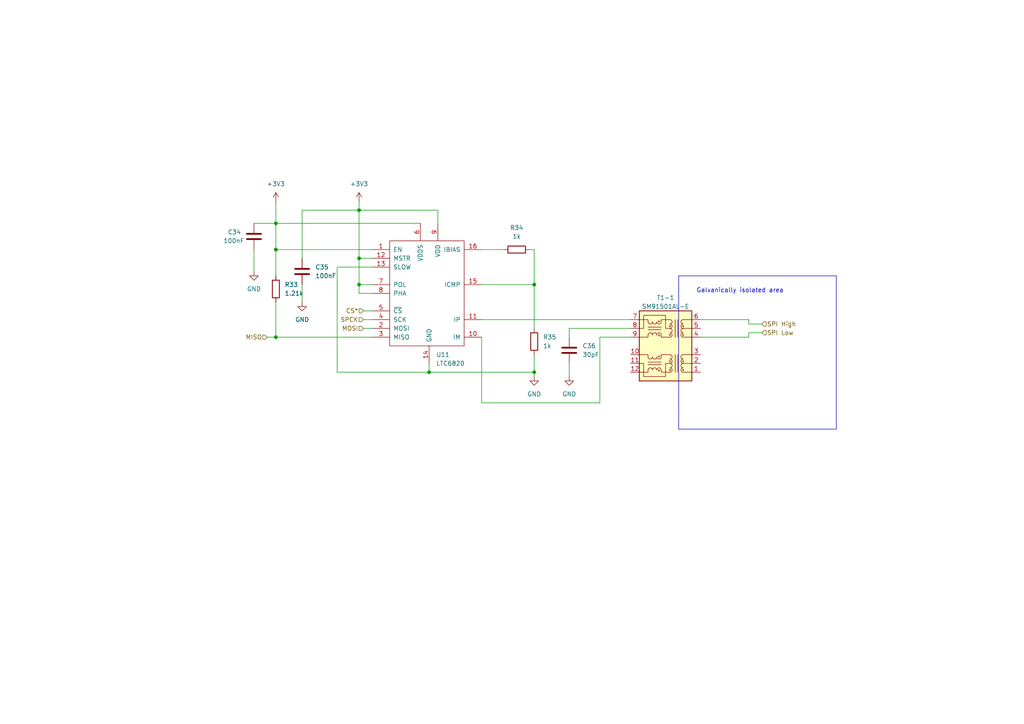
<source format=kicad_sch>
(kicad_sch (version 20230121) (generator eeschema)

  (uuid a084d6b1-f2df-44d2-8815-160c6804c939)

  (paper "A4")

  (title_block
    (title "AMS Master by Jakub Sułek")
    (date "2023-06-27")
    (rev "7")
  )

  (lib_symbols
    (symbol "Device:C" (pin_numbers hide) (pin_names (offset 0.254)) (in_bom yes) (on_board yes)
      (property "Reference" "C" (at 0.635 2.54 0)
        (effects (font (size 1.27 1.27)) (justify left))
      )
      (property "Value" "C" (at 0.635 -2.54 0)
        (effects (font (size 1.27 1.27)) (justify left))
      )
      (property "Footprint" "" (at 0.9652 -3.81 0)
        (effects (font (size 1.27 1.27)) hide)
      )
      (property "Datasheet" "~" (at 0 0 0)
        (effects (font (size 1.27 1.27)) hide)
      )
      (property "ki_keywords" "cap capacitor" (at 0 0 0)
        (effects (font (size 1.27 1.27)) hide)
      )
      (property "ki_description" "Unpolarized capacitor" (at 0 0 0)
        (effects (font (size 1.27 1.27)) hide)
      )
      (property "ki_fp_filters" "C_*" (at 0 0 0)
        (effects (font (size 1.27 1.27)) hide)
      )
      (symbol "C_0_1"
        (polyline
          (pts
            (xy -2.032 -0.762)
            (xy 2.032 -0.762)
          )
          (stroke (width 0.508) (type default))
          (fill (type none))
        )
        (polyline
          (pts
            (xy -2.032 0.762)
            (xy 2.032 0.762)
          )
          (stroke (width 0.508) (type default))
          (fill (type none))
        )
      )
      (symbol "C_1_1"
        (pin passive line (at 0 3.81 270) (length 2.794)
          (name "~" (effects (font (size 1.27 1.27))))
          (number "1" (effects (font (size 1.27 1.27))))
        )
        (pin passive line (at 0 -3.81 90) (length 2.794)
          (name "~" (effects (font (size 1.27 1.27))))
          (number "2" (effects (font (size 1.27 1.27))))
        )
      )
    )
    (symbol "Device:R" (pin_numbers hide) (pin_names (offset 0)) (in_bom yes) (on_board yes)
      (property "Reference" "R" (at 2.032 0 90)
        (effects (font (size 1.27 1.27)))
      )
      (property "Value" "R" (at 0 0 90)
        (effects (font (size 1.27 1.27)))
      )
      (property "Footprint" "" (at -1.778 0 90)
        (effects (font (size 1.27 1.27)) hide)
      )
      (property "Datasheet" "~" (at 0 0 0)
        (effects (font (size 1.27 1.27)) hide)
      )
      (property "ki_keywords" "R res resistor" (at 0 0 0)
        (effects (font (size 1.27 1.27)) hide)
      )
      (property "ki_description" "Resistor" (at 0 0 0)
        (effects (font (size 1.27 1.27)) hide)
      )
      (property "ki_fp_filters" "R_*" (at 0 0 0)
        (effects (font (size 1.27 1.27)) hide)
      )
      (symbol "R_0_1"
        (rectangle (start -1.016 -2.54) (end 1.016 2.54)
          (stroke (width 0.254) (type default))
          (fill (type none))
        )
      )
      (symbol "R_1_1"
        (pin passive line (at 0 3.81 270) (length 1.27)
          (name "~" (effects (font (size 1.27 1.27))))
          (number "1" (effects (font (size 1.27 1.27))))
        )
        (pin passive line (at 0 -3.81 90) (length 1.27)
          (name "~" (effects (font (size 1.27 1.27))))
          (number "2" (effects (font (size 1.27 1.27))))
        )
      )
    )
    (symbol "Metropolia Motorsport General:LTC6820" (pin_names (offset 1.016)) (in_bom yes) (on_board yes)
      (property "Reference" "U" (at 0 -1.27 0)
        (effects (font (size 1.27 1.27)))
      )
      (property "Value" "LTC6820" (at 0 1.27 0)
        (effects (font (size 1.27 1.27)))
      )
      (property "Footprint" "LTC6820" (at 12.7 -15.24 0)
        (effects (font (size 1.27 1.27)) hide)
      )
      (property "Datasheet" "" (at 0 0 0)
        (effects (font (size 1.27 1.27)) hide)
      )
      (symbol "LTC6820_0_1"
        (rectangle (start 10.16 -12.7) (end -11.43 17.78)
          (stroke (width 0) (type default))
          (fill (type none))
        )
      )
      (symbol "LTC6820_1_1"
        (pin input line (at -16.51 15.24 0) (length 5.08)
          (name "EN" (effects (font (size 1.27 1.27))))
          (number "1" (effects (font (size 1.27 1.27))))
        )
        (pin bidirectional line (at 15.24 -10.16 180) (length 5.08)
          (name "IM" (effects (font (size 1.27 1.27))))
          (number "10" (effects (font (size 1.27 1.27))))
        )
        (pin bidirectional line (at 15.24 -5.08 180) (length 5.08)
          (name "IP" (effects (font (size 1.27 1.27))))
          (number "11" (effects (font (size 1.27 1.27))))
        )
        (pin input line (at -16.51 12.7 0) (length 5.08)
          (name "MSTR" (effects (font (size 1.27 1.27))))
          (number "12" (effects (font (size 1.27 1.27))))
        )
        (pin input line (at -16.51 10.16 0) (length 5.08)
          (name "SLOW" (effects (font (size 1.27 1.27))))
          (number "13" (effects (font (size 1.27 1.27))))
        )
        (pin power_in line (at 0 -17.78 90) (length 5.08)
          (name "GND" (effects (font (size 1.27 1.27))))
          (number "14" (effects (font (size 1.27 1.27))))
        )
        (pin input line (at 15.24 5.08 180) (length 5.08)
          (name "ICMP" (effects (font (size 1.27 1.27))))
          (number "15" (effects (font (size 1.27 1.27))))
        )
        (pin output line (at 15.24 15.24 180) (length 5.08)
          (name "IBIAS" (effects (font (size 1.27 1.27))))
          (number "16" (effects (font (size 1.27 1.27))))
        )
        (pin input line (at -16.51 -7.62 0) (length 5.08)
          (name "MOSI" (effects (font (size 1.27 1.27))))
          (number "2" (effects (font (size 1.27 1.27))))
        )
        (pin output line (at -16.51 -10.16 0) (length 5.08)
          (name "MISO" (effects (font (size 1.27 1.27))))
          (number "3" (effects (font (size 1.27 1.27))))
        )
        (pin input line (at -16.51 -5.08 0) (length 5.08)
          (name "SCK" (effects (font (size 1.27 1.27))))
          (number "4" (effects (font (size 1.27 1.27))))
        )
        (pin input line (at -16.51 -2.54 0) (length 5.08)
          (name "~{CS}" (effects (font (size 1.27 1.27))))
          (number "5" (effects (font (size 1.27 1.27))))
        )
        (pin power_in line (at -2.54 22.86 270) (length 5.08)
          (name "VDDS" (effects (font (size 1.27 1.27))))
          (number "6" (effects (font (size 1.27 1.27))))
        )
        (pin input line (at -16.51 5.08 0) (length 5.08)
          (name "POL" (effects (font (size 1.27 1.27))))
          (number "7" (effects (font (size 1.27 1.27))))
        )
        (pin input line (at -16.51 2.54 0) (length 5.08)
          (name "PHA" (effects (font (size 1.27 1.27))))
          (number "8" (effects (font (size 1.27 1.27))))
        )
        (pin power_in line (at 2.54 22.86 270) (length 5.08)
          (name "VDD" (effects (font (size 1.27 1.27))))
          (number "9" (effects (font (size 1.27 1.27))))
        )
      )
    )
    (symbol "Transformer:SM91501AL" (in_bom yes) (on_board yes)
      (property "Reference" "T" (at 0 0 0)
        (effects (font (size 1.27 1.27)))
      )
      (property "Value" "" (at 0 0 0)
        (effects (font (size 1.27 1.27)))
      )
      (property "Footprint" "" (at 0 0 0)
        (effects (font (size 1.27 1.27)) hide)
      )
      (property "Datasheet" "" (at 0 0 0)
        (effects (font (size 1.27 1.27)) hide)
      )
      (symbol "SM91501AL_0_1"
        (rectangle (start -7.62 -3.81) (end 7.62 -24.13)
          (stroke (width 0.254) (type default))
          (fill (type background))
        )
        (arc (start -5.08 -7.62) (mid -4.4477 -6.985) (end -5.08 -6.35)
          (stroke (width 0) (type default))
          (fill (type none))
        )
        (circle (center -5.08 -6.985) (radius 0.1778)
          (stroke (width 0) (type default))
          (fill (type none))
        )
        (polyline
          (pts
            (xy -5.08 -11.43)
            (xy -7.62 -11.43)
          )
          (stroke (width 0) (type default))
          (fill (type none))
        )
        (polyline
          (pts
            (xy -5.08 -8.89)
            (xy -7.62 -8.89)
          )
          (stroke (width 0) (type default))
          (fill (type none))
        )
        (polyline
          (pts
            (xy -5.08 -6.35)
            (xy -7.62 -6.35)
          )
          (stroke (width 0) (type default))
          (fill (type none))
        )
        (polyline
          (pts
            (xy -3.556 -16.51)
            (xy -3.556 -21.59)
          )
          (stroke (width 0) (type default))
          (fill (type none))
        )
        (polyline
          (pts
            (xy -3.556 -11.43)
            (xy -3.556 -6.35)
          )
          (stroke (width 0) (type default))
          (fill (type none))
        )
        (polyline
          (pts
            (xy -2.794 -21.59)
            (xy -2.794 -16.51)
          )
          (stroke (width 0) (type default))
          (fill (type none))
        )
        (polyline
          (pts
            (xy -2.794 -6.35)
            (xy -2.794 -11.43)
          )
          (stroke (width 0) (type default))
          (fill (type none))
        )
        (polyline
          (pts
            (xy 1.27 -9.271)
            (xy 5.08 -9.271)
          )
          (stroke (width 0) (type default))
          (fill (type none))
        )
        (polyline
          (pts
            (xy 1.27 -8.509)
            (xy 5.08 -8.509)
          )
          (stroke (width 0) (type default))
          (fill (type none))
        )
        (polyline
          (pts
            (xy -1.27 -11.43)
            (xy 1.27 -11.43)
            (xy 1.27 -10.795)
          )
          (stroke (width 0) (type default))
          (fill (type none))
        )
        (polyline
          (pts
            (xy 1.27 -6.985)
            (xy 1.27 -6.35)
            (xy -1.27 -6.35)
          )
          (stroke (width 0) (type default))
          (fill (type none))
        )
        (polyline
          (pts
            (xy 5.08 -10.795)
            (xy 5.08 -11.43)
            (xy 7.62 -11.43)
          )
          (stroke (width 0) (type default))
          (fill (type none))
        )
        (polyline
          (pts
            (xy 5.08 -6.985)
            (xy 5.08 -6.35)
            (xy 7.62 -6.35)
          )
          (stroke (width 0) (type default))
          (fill (type none))
        )
        (polyline
          (pts
            (xy -1.27 -8.89)
            (xy 0 -8.89)
            (xy 0 -5.08)
            (xy 6.35 -5.08)
            (xy 6.35 -8.89)
            (xy 7.62 -8.89)
          )
          (stroke (width 0) (type default))
          (fill (type none))
        )
      )
      (symbol "SM91501AL_1_1"
        (arc (start -5.08 -21.59) (mid -4.4477 -20.955) (end -5.08 -20.32)
          (stroke (width 0) (type default))
          (fill (type none))
        )
        (arc (start -5.08 -20.32) (mid -4.4477 -19.685) (end -5.08 -19.05)
          (stroke (width 0) (type default))
          (fill (type none))
        )
        (circle (center -5.08 -19.685) (radius 0.1778)
          (stroke (width 0) (type default))
          (fill (type none))
        )
        (arc (start -5.08 -19.05) (mid -4.4477 -18.415) (end -5.08 -17.78)
          (stroke (width 0) (type default))
          (fill (type none))
        )
        (arc (start -5.08 -17.78) (mid -4.4477 -17.145) (end -5.08 -16.51)
          (stroke (width 0) (type default))
          (fill (type none))
        )
        (circle (center -5.08 -17.145) (radius 0.1778)
          (stroke (width 0) (type default))
          (fill (type none))
        )
        (arc (start -5.08 -11.43) (mid -4.4477 -10.795) (end -5.08 -10.16)
          (stroke (width 0) (type default))
          (fill (type none))
        )
        (arc (start -5.08 -10.16) (mid -4.4477 -9.525) (end -5.08 -8.89)
          (stroke (width 0) (type default))
          (fill (type none))
        )
        (circle (center -5.08 -9.525) (radius 0.1778)
          (stroke (width 0) (type default))
          (fill (type none))
        )
        (arc (start -5.08 -8.89) (mid -4.4477 -8.255) (end -5.08 -7.62)
          (stroke (width 0) (type default))
          (fill (type none))
        )
        (arc (start -1.27 -20.32) (mid -1.9023 -20.955) (end -1.27 -21.59)
          (stroke (width 0) (type default))
          (fill (type none))
        )
        (circle (center -1.27 -19.685) (radius 0.1778)
          (stroke (width 0) (type default))
          (fill (type none))
        )
        (arc (start -1.27 -19.05) (mid -1.9023 -19.685) (end -1.27 -20.32)
          (stroke (width 0) (type default))
          (fill (type none))
        )
        (arc (start -1.27 -17.78) (mid -1.9023 -18.415) (end -1.27 -19.05)
          (stroke (width 0) (type default))
          (fill (type none))
        )
        (circle (center -1.27 -17.145) (radius 0.1778)
          (stroke (width 0) (type default))
          (fill (type none))
        )
        (arc (start -1.27 -16.51) (mid -1.9023 -17.145) (end -1.27 -17.78)
          (stroke (width 0) (type default))
          (fill (type none))
        )
        (arc (start -1.27 -10.16) (mid -1.9023 -10.795) (end -1.27 -11.43)
          (stroke (width 0) (type default))
          (fill (type none))
        )
        (circle (center -1.27 -9.525) (radius 0.1778)
          (stroke (width 0) (type default))
          (fill (type none))
        )
        (arc (start -1.27 -8.89) (mid -1.9023 -9.525) (end -1.27 -10.16)
          (stroke (width 0) (type default))
          (fill (type none))
        )
        (arc (start -1.27 -7.62) (mid -1.9023 -8.255) (end -1.27 -8.89)
          (stroke (width 0) (type default))
          (fill (type none))
        )
        (circle (center -1.27 -6.985) (radius 0.1778)
          (stroke (width 0) (type default))
          (fill (type none))
        )
        (arc (start -1.27 -6.35) (mid -1.9023 -6.985) (end -1.27 -7.62)
          (stroke (width 0) (type default))
          (fill (type none))
        )
        (polyline
          (pts
            (xy -5.08 -21.59)
            (xy -7.62 -21.59)
          )
          (stroke (width 0) (type default))
          (fill (type none))
        )
        (polyline
          (pts
            (xy -5.08 -19.05)
            (xy -7.62 -19.05)
          )
          (stroke (width 0) (type default))
          (fill (type none))
        )
        (polyline
          (pts
            (xy -5.08 -16.51)
            (xy -7.62 -16.51)
          )
          (stroke (width 0) (type default))
          (fill (type none))
        )
        (polyline
          (pts
            (xy 1.27 -19.431)
            (xy 5.08 -19.431)
          )
          (stroke (width 0) (type default))
          (fill (type none))
        )
        (polyline
          (pts
            (xy 1.27 -18.669)
            (xy 5.08 -18.669)
          )
          (stroke (width 0) (type default))
          (fill (type none))
        )
        (polyline
          (pts
            (xy -1.27 -21.59)
            (xy 1.27 -21.59)
            (xy 1.27 -20.955)
          )
          (stroke (width 0) (type default))
          (fill (type none))
        )
        (polyline
          (pts
            (xy 1.27 -17.145)
            (xy 1.27 -16.51)
            (xy -1.27 -16.51)
          )
          (stroke (width 0) (type default))
          (fill (type none))
        )
        (polyline
          (pts
            (xy 5.08 -20.955)
            (xy 5.08 -21.59)
            (xy 7.62 -21.59)
          )
          (stroke (width 0) (type default))
          (fill (type none))
        )
        (polyline
          (pts
            (xy 5.08 -17.145)
            (xy 5.08 -16.51)
            (xy 7.62 -16.51)
          )
          (stroke (width 0) (type default))
          (fill (type none))
        )
        (polyline
          (pts
            (xy 7.62 -19.05)
            (xy 6.35 -19.05)
            (xy 6.35 -22.86)
            (xy 0 -22.86)
            (xy 0 -19.05)
            (xy -1.27 -19.05)
          )
          (stroke (width 0) (type default))
          (fill (type none))
        )
        (arc (start 1.27 -17.145) (mid 1.905 -17.7773) (end 2.54 -17.145)
          (stroke (width 0) (type default))
          (fill (type none))
        )
        (arc (start 1.27 -6.985) (mid 1.905 -7.6173) (end 2.54 -6.985)
          (stroke (width 0) (type default))
          (fill (type none))
        )
        (circle (center 1.905 -21.082) (radius 0.1778)
          (stroke (width 0) (type default))
          (fill (type none))
        )
        (circle (center 1.905 -17.018) (radius 0.1778)
          (stroke (width 0) (type default))
          (fill (type none))
        )
        (circle (center 1.905 -10.922) (radius 0.1778)
          (stroke (width 0) (type default))
          (fill (type none))
        )
        (circle (center 1.905 -6.858) (radius 0.1778)
          (stroke (width 0) (type default))
          (fill (type none))
        )
        (arc (start 2.54 -20.955) (mid 1.905 -20.3227) (end 1.27 -20.955)
          (stroke (width 0) (type default))
          (fill (type none))
        )
        (arc (start 2.54 -17.145) (mid 3.175 -17.7773) (end 3.81 -17.145)
          (stroke (width 0) (type default))
          (fill (type none))
        )
        (arc (start 2.54 -10.795) (mid 1.905 -10.1627) (end 1.27 -10.795)
          (stroke (width 0) (type default))
          (fill (type none))
        )
        (arc (start 2.54 -6.985) (mid 3.175 -7.6173) (end 3.81 -6.985)
          (stroke (width 0) (type default))
          (fill (type none))
        )
        (arc (start 3.81 -20.955) (mid 3.175 -20.3227) (end 2.54 -20.955)
          (stroke (width 0) (type default))
          (fill (type none))
        )
        (arc (start 3.81 -17.145) (mid 4.445 -17.7773) (end 5.08 -17.145)
          (stroke (width 0) (type default))
          (fill (type none))
        )
        (arc (start 3.81 -10.795) (mid 3.175 -10.1627) (end 2.54 -10.795)
          (stroke (width 0) (type default))
          (fill (type none))
        )
        (arc (start 3.81 -6.985) (mid 4.445 -7.6173) (end 5.08 -6.985)
          (stroke (width 0) (type default))
          (fill (type none))
        )
        (arc (start 5.08 -20.955) (mid 4.445 -20.3227) (end 3.81 -20.955)
          (stroke (width 0) (type default))
          (fill (type none))
        )
        (arc (start 5.08 -10.795) (mid 4.445 -10.1627) (end 3.81 -10.795)
          (stroke (width 0) (type default))
          (fill (type none))
        )
        (pin input line (at -10.16 -6.35 0) (length 2.54)
          (name "" (effects (font (size 1.27 1.27))))
          (number "1" (effects (font (size 1.27 1.27))))
        )
        (pin input line (at 10.16 -11.43 180) (length 2.54)
          (name "" (effects (font (size 1.27 1.27))))
          (number "10" (effects (font (size 1.27 1.27))))
        )
        (pin input line (at 10.16 -8.89 180) (length 2.54)
          (name "" (effects (font (size 1.27 1.27))))
          (number "11" (effects (font (size 1.27 1.27))))
        )
        (pin input line (at 10.16 -6.35 180) (length 2.54)
          (name "" (effects (font (size 1.27 1.27))))
          (number "12" (effects (font (size 1.27 1.27))))
        )
        (pin input line (at -10.16 -8.89 0) (length 2.54)
          (name "" (effects (font (size 1.27 1.27))))
          (number "2" (effects (font (size 1.27 1.27))))
        )
        (pin input line (at -10.16 -11.43 0) (length 2.54)
          (name "" (effects (font (size 1.27 1.27))))
          (number "3" (effects (font (size 1.27 1.27))))
        )
        (pin input line (at -10.16 -16.51 0) (length 2.54)
          (name "" (effects (font (size 1.27 1.27))))
          (number "4" (effects (font (size 1.27 1.27))))
        )
        (pin input line (at -10.16 -19.05 0) (length 2.54)
          (name "" (effects (font (size 1.27 1.27))))
          (number "5" (effects (font (size 1.27 1.27))))
        )
        (pin input line (at -10.16 -21.59 0) (length 2.54)
          (name "" (effects (font (size 1.27 1.27))))
          (number "6" (effects (font (size 1.27 1.27))))
        )
        (pin input line (at 10.16 -21.59 180) (length 2.54)
          (name "" (effects (font (size 1.27 1.27))))
          (number "7" (effects (font (size 1.27 1.27))))
        )
        (pin input line (at 10.16 -19.05 180) (length 2.54)
          (name "" (effects (font (size 1.27 1.27))))
          (number "8" (effects (font (size 1.27 1.27))))
        )
        (pin input line (at 10.16 -16.51 180) (length 2.54)
          (name "" (effects (font (size 1.27 1.27))))
          (number "9" (effects (font (size 1.27 1.27))))
        )
      )
    )
    (symbol "power:+3V3" (power) (pin_names (offset 0)) (in_bom yes) (on_board yes)
      (property "Reference" "#PWR" (at 0 -3.81 0)
        (effects (font (size 1.27 1.27)) hide)
      )
      (property "Value" "+3V3" (at 0 3.556 0)
        (effects (font (size 1.27 1.27)))
      )
      (property "Footprint" "" (at 0 0 0)
        (effects (font (size 1.27 1.27)) hide)
      )
      (property "Datasheet" "" (at 0 0 0)
        (effects (font (size 1.27 1.27)) hide)
      )
      (property "ki_keywords" "power-flag" (at 0 0 0)
        (effects (font (size 1.27 1.27)) hide)
      )
      (property "ki_description" "Power symbol creates a global label with name \"+3V3\"" (at 0 0 0)
        (effects (font (size 1.27 1.27)) hide)
      )
      (symbol "+3V3_0_1"
        (polyline
          (pts
            (xy -0.762 1.27)
            (xy 0 2.54)
          )
          (stroke (width 0) (type default))
          (fill (type none))
        )
        (polyline
          (pts
            (xy 0 0)
            (xy 0 2.54)
          )
          (stroke (width 0) (type default))
          (fill (type none))
        )
        (polyline
          (pts
            (xy 0 2.54)
            (xy 0.762 1.27)
          )
          (stroke (width 0) (type default))
          (fill (type none))
        )
      )
      (symbol "+3V3_1_1"
        (pin power_in line (at 0 0 90) (length 0) hide
          (name "+3V3" (effects (font (size 1.27 1.27))))
          (number "1" (effects (font (size 1.27 1.27))))
        )
      )
    )
    (symbol "power:GND" (power) (pin_names (offset 0)) (in_bom yes) (on_board yes)
      (property "Reference" "#PWR" (at 0 -6.35 0)
        (effects (font (size 1.27 1.27)) hide)
      )
      (property "Value" "GND" (at 0 -3.81 0)
        (effects (font (size 1.27 1.27)))
      )
      (property "Footprint" "" (at 0 0 0)
        (effects (font (size 1.27 1.27)) hide)
      )
      (property "Datasheet" "" (at 0 0 0)
        (effects (font (size 1.27 1.27)) hide)
      )
      (property "ki_keywords" "power-flag" (at 0 0 0)
        (effects (font (size 1.27 1.27)) hide)
      )
      (property "ki_description" "Power symbol creates a global label with name \"GND\" , ground" (at 0 0 0)
        (effects (font (size 1.27 1.27)) hide)
      )
      (symbol "GND_0_1"
        (polyline
          (pts
            (xy 0 0)
            (xy 0 -1.27)
            (xy 1.27 -1.27)
            (xy 0 -2.54)
            (xy -1.27 -1.27)
            (xy 0 -1.27)
          )
          (stroke (width 0) (type default))
          (fill (type none))
        )
      )
      (symbol "GND_1_1"
        (pin power_in line (at 0 0 270) (length 0) hide
          (name "GND" (effects (font (size 1.27 1.27))))
          (number "1" (effects (font (size 1.27 1.27))))
        )
      )
    )
  )

  (junction (at 154.94 107.95) (diameter 0) (color 0 0 0 0)
    (uuid 08053481-d27b-4888-aac1-ac12a9e9f7b8)
  )
  (junction (at 104.14 82.55) (diameter 0) (color 0 0 0 0)
    (uuid 2d13660a-8194-4a62-a290-25f3e6f28b01)
  )
  (junction (at 80.01 97.79) (diameter 0) (color 0 0 0 0)
    (uuid 4e260c67-f3bc-464f-bd4d-820697fc2b66)
  )
  (junction (at 80.01 64.77) (diameter 0) (color 0 0 0 0)
    (uuid 576236d0-c792-4a69-a9df-c825b3e3ab9c)
  )
  (junction (at 124.46 107.95) (diameter 0) (color 0 0 0 0)
    (uuid 7b14d26f-edeb-4afb-ba89-558c6b520402)
  )
  (junction (at 80.01 72.39) (diameter 0) (color 0 0 0 0)
    (uuid a098b349-4b72-42ed-afbc-282e90396956)
  )
  (junction (at 104.14 60.96) (diameter 0) (color 0 0 0 0)
    (uuid b02182af-0093-4ee8-8ff5-c8b76a5976de)
  )
  (junction (at 104.14 74.93) (diameter 0) (color 0 0 0 0)
    (uuid cfc6d268-dde9-4808-a315-e340a710180d)
  )
  (junction (at 154.94 82.55) (diameter 0) (color 0 0 0 0)
    (uuid df44b136-f107-415d-b710-db876dce1fdf)
  )

  (wire (pts (xy 203.2 97.79) (xy 217.17 97.79))
    (stroke (width 0) (type default))
    (uuid 03ff4a97-10da-479d-ac47-b863ce3a82f0)
  )
  (wire (pts (xy 165.1 95.25) (xy 165.1 97.79))
    (stroke (width 0) (type default))
    (uuid 07e96d26-74c7-4c9b-95f3-83e66dd2b034)
  )
  (wire (pts (xy 203.2 92.71) (xy 217.17 92.71))
    (stroke (width 0) (type default))
    (uuid 0b4093fd-b744-42c6-8f32-2285b46608c4)
  )
  (polyline (pts (xy 196.85 80.01) (xy 242.57 80.01))
    (stroke (width 0) (type default))
    (uuid 0bd16b7c-6647-4dc9-9d46-9dcb2f81f08d)
  )

  (wire (pts (xy 139.7 82.55) (xy 154.94 82.55))
    (stroke (width 0) (type default))
    (uuid 0c46407c-6802-429c-b8c3-7ea6767a4950)
  )
  (wire (pts (xy 127 64.77) (xy 127 60.96))
    (stroke (width 0) (type default))
    (uuid 0cae0df4-12da-4804-91d2-30ae8c305e8e)
  )
  (wire (pts (xy 104.14 82.55) (xy 107.95 82.55))
    (stroke (width 0) (type default))
    (uuid 0dbf4890-6089-4109-a78b-a18c7cdc8871)
  )
  (wire (pts (xy 87.63 60.96) (xy 104.14 60.96))
    (stroke (width 0) (type default))
    (uuid 0f09de11-e7bc-4c46-8bd6-539904aec5d3)
  )
  (wire (pts (xy 165.1 95.25) (xy 182.88 95.25))
    (stroke (width 0) (type default))
    (uuid 15ef6549-3f7c-405e-9b95-ac5b4b8c709f)
  )
  (wire (pts (xy 154.94 102.87) (xy 154.94 107.95))
    (stroke (width 0) (type default))
    (uuid 1b698cf1-fae4-48e8-9e89-da4d83dcdda4)
  )
  (wire (pts (xy 173.99 97.79) (xy 182.88 97.79))
    (stroke (width 0) (type default))
    (uuid 1da93d0b-7ffa-4107-a474-9c3680373a84)
  )
  (wire (pts (xy 73.66 64.77) (xy 80.01 64.77))
    (stroke (width 0) (type default))
    (uuid 22280b94-afbe-41ad-b6cd-5c95dd212130)
  )
  (wire (pts (xy 80.01 72.39) (xy 107.95 72.39))
    (stroke (width 0) (type default))
    (uuid 2245cbd9-f419-464e-a942-cfe5fe0b982c)
  )
  (polyline (pts (xy 242.57 80.01) (xy 242.57 124.46))
    (stroke (width 0) (type default))
    (uuid 2b97d150-2da4-450b-8abc-525c5ecce989)
  )
  (polyline (pts (xy 196.85 124.46) (xy 242.57 124.46))
    (stroke (width 0) (type default))
    (uuid 3a6e3616-e373-4a66-b9d2-1f8fb86aa2c5)
  )

  (wire (pts (xy 154.94 72.39) (xy 154.94 82.55))
    (stroke (width 0) (type default))
    (uuid 3d698cba-3999-41c5-b319-900ea3ef11f7)
  )
  (wire (pts (xy 87.63 74.93) (xy 87.63 60.96))
    (stroke (width 0) (type default))
    (uuid 3f8cbec0-e9cc-4ae1-aba4-b273b455e09e)
  )
  (wire (pts (xy 73.66 72.39) (xy 73.66 78.74))
    (stroke (width 0) (type default))
    (uuid 40cbd043-6820-4de1-8a75-ab3c5b8925bb)
  )
  (wire (pts (xy 105.41 92.71) (xy 107.95 92.71))
    (stroke (width 0) (type default))
    (uuid 43ca301f-931f-4178-a6e1-38498611155e)
  )
  (wire (pts (xy 139.7 92.71) (xy 182.88 92.71))
    (stroke (width 0) (type default))
    (uuid 465fd5d6-0576-449a-98b1-836ac445b8e8)
  )
  (wire (pts (xy 77.47 97.79) (xy 80.01 97.79))
    (stroke (width 0) (type default))
    (uuid 53118ad7-678f-4958-8e9d-b9c0d9784d34)
  )
  (wire (pts (xy 217.17 93.98) (xy 220.98 93.98))
    (stroke (width 0) (type default))
    (uuid 5d5cca9f-f993-4157-b049-ad4e0e79210d)
  )
  (wire (pts (xy 127 60.96) (xy 104.14 60.96))
    (stroke (width 0) (type default))
    (uuid 6c542a56-b7b3-4be7-af22-a3019387caa9)
  )
  (wire (pts (xy 104.14 82.55) (xy 104.14 74.93))
    (stroke (width 0) (type default))
    (uuid 720f8608-ce38-48cd-9f85-4644a8628863)
  )
  (wire (pts (xy 104.14 74.93) (xy 104.14 60.96))
    (stroke (width 0) (type default))
    (uuid 7edc8597-9988-49a8-9bee-6268556e23fd)
  )
  (wire (pts (xy 107.95 85.09) (xy 104.14 85.09))
    (stroke (width 0) (type default))
    (uuid 8a0277d8-6365-49b0-824b-88f19ce1ac96)
  )
  (wire (pts (xy 104.14 85.09) (xy 104.14 82.55))
    (stroke (width 0) (type default))
    (uuid 8b35d766-c37e-4e8c-9f08-673decc7cf15)
  )
  (wire (pts (xy 217.17 96.52) (xy 220.98 96.52))
    (stroke (width 0) (type default))
    (uuid 92156ceb-a852-4c1e-938e-14749c692fbb)
  )
  (wire (pts (xy 80.01 64.77) (xy 80.01 58.42))
    (stroke (width 0) (type default))
    (uuid 93639900-222e-49a4-8bdf-1a3b5cf03042)
  )
  (wire (pts (xy 80.01 64.77) (xy 80.01 72.39))
    (stroke (width 0) (type default))
    (uuid 9b771416-1055-44b5-822e-0d91779584d3)
  )
  (wire (pts (xy 139.7 97.79) (xy 139.7 116.84))
    (stroke (width 0) (type default))
    (uuid 9ea3e1b8-d688-4cad-8e97-2f1ba609fc75)
  )
  (wire (pts (xy 173.99 97.79) (xy 173.99 116.84))
    (stroke (width 0) (type default))
    (uuid a0db2c5f-7239-49ae-ba47-437c621e7ff8)
  )
  (wire (pts (xy 80.01 97.79) (xy 107.95 97.79))
    (stroke (width 0) (type default))
    (uuid a17e0b4e-9783-46ce-87fa-848c76b2981b)
  )
  (wire (pts (xy 165.1 105.41) (xy 165.1 109.22))
    (stroke (width 0) (type default))
    (uuid a303fd6e-16e1-4c9d-96c0-9acd77204b1c)
  )
  (wire (pts (xy 105.41 95.25) (xy 107.95 95.25))
    (stroke (width 0) (type default))
    (uuid a6e07123-e873-479d-831c-2dd0e66d6f1b)
  )
  (wire (pts (xy 154.94 109.22) (xy 154.94 107.95))
    (stroke (width 0) (type default))
    (uuid ab17bb10-d15c-4537-aa2f-f4ccb60db110)
  )
  (wire (pts (xy 87.63 82.55) (xy 87.63 87.63))
    (stroke (width 0) (type default))
    (uuid b1952bcb-2bcc-418e-9949-445369ea1743)
  )
  (wire (pts (xy 80.01 72.39) (xy 80.01 80.01))
    (stroke (width 0) (type default))
    (uuid b971da0d-64d2-4b02-804d-bf29c9a0addb)
  )
  (wire (pts (xy 154.94 72.39) (xy 153.67 72.39))
    (stroke (width 0) (type default))
    (uuid bd8b1055-9188-450b-8e22-dba325180dca)
  )
  (wire (pts (xy 104.14 74.93) (xy 107.95 74.93))
    (stroke (width 0) (type default))
    (uuid c1eb9cdb-67d6-45b1-ac26-592ba3af9421)
  )
  (wire (pts (xy 104.14 60.96) (xy 104.14 58.42))
    (stroke (width 0) (type default))
    (uuid c476c4f1-0b1e-4cae-bcb0-126a05d13789)
  )
  (wire (pts (xy 217.17 96.52) (xy 217.17 97.79))
    (stroke (width 0) (type default))
    (uuid d1904ce0-8daf-4bf1-a79a-6a08d9d492fd)
  )
  (wire (pts (xy 97.79 77.47) (xy 97.79 107.95))
    (stroke (width 0) (type default))
    (uuid d97430fc-7b90-4eb3-8f04-1cbca1a26e18)
  )
  (wire (pts (xy 105.41 90.17) (xy 107.95 90.17))
    (stroke (width 0) (type default))
    (uuid da6d599b-79b1-4d2e-8e87-b9d9cd4923fc)
  )
  (wire (pts (xy 80.01 87.63) (xy 80.01 97.79))
    (stroke (width 0) (type default))
    (uuid dbfae62f-cb71-4dd3-84c3-13c7d400fdf6)
  )
  (wire (pts (xy 124.46 105.41) (xy 124.46 107.95))
    (stroke (width 0) (type default))
    (uuid dceed372-cbb2-419e-ad6c-5a7d8d7e6a68)
  )
  (polyline (pts (xy 196.85 124.46) (xy 196.85 80.01))
    (stroke (width 0) (type default))
    (uuid de1e5373-5ba6-4fba-af22-cf7f45230505)
  )

  (wire (pts (xy 154.94 82.55) (xy 154.94 95.25))
    (stroke (width 0) (type default))
    (uuid e03ca83e-bca0-4af5-8675-95ec30ca8534)
  )
  (wire (pts (xy 124.46 107.95) (xy 154.94 107.95))
    (stroke (width 0) (type default))
    (uuid e584c26a-f653-4c81-90fb-2a9ee265a3e5)
  )
  (wire (pts (xy 80.01 64.77) (xy 121.92 64.77))
    (stroke (width 0) (type default))
    (uuid e83ca5e6-b95c-434e-9298-ba82cddc637e)
  )
  (wire (pts (xy 217.17 93.98) (xy 217.17 92.71))
    (stroke (width 0) (type default))
    (uuid ede14d9e-f1ae-4bf3-a2f1-1f8c7ac673a5)
  )
  (wire (pts (xy 107.95 77.47) (xy 97.79 77.47))
    (stroke (width 0) (type default))
    (uuid f0a9662f-1b3b-4087-b352-54c34adc6e88)
  )
  (wire (pts (xy 139.7 72.39) (xy 146.05 72.39))
    (stroke (width 0) (type default))
    (uuid f1f5c3d4-fa99-41f0-ab57-c8f58066e329)
  )
  (wire (pts (xy 139.7 116.84) (xy 173.99 116.84))
    (stroke (width 0) (type default))
    (uuid f9e46161-b127-47de-b3e4-b9fc346a062c)
  )
  (wire (pts (xy 97.79 107.95) (xy 124.46 107.95))
    (stroke (width 0) (type default))
    (uuid ff8050b8-12d4-47aa-ba54-adf3e1f0cad7)
  )

  (text "Galvanically isolated area" (at 227.33 85.09 0)
    (effects (font (size 1.27 1.27)) (justify right bottom))
    (uuid 51f55a3e-449d-49cf-a281-58a1fe1c937a)
  )

  (hierarchical_label "MOSI" (shape input) (at 105.41 95.25 180) (fields_autoplaced)
    (effects (font (size 1.27 1.27)) (justify right))
    (uuid 3b8ea6f8-bc05-4626-a79a-68b1cf306d46)
  )
  (hierarchical_label "MISO" (shape input) (at 77.47 97.79 180) (fields_autoplaced)
    (effects (font (size 1.27 1.27)) (justify right))
    (uuid 42978e9d-1e5e-475f-9cc7-9d1b66b9ebb0)
  )
  (hierarchical_label "SPCK" (shape input) (at 105.41 92.71 180) (fields_autoplaced)
    (effects (font (size 1.27 1.27)) (justify right))
    (uuid 96c1f957-e960-4450-af59-4f920c6fbad6)
  )
  (hierarchical_label "SPI Low" (shape input) (at 220.98 96.52 0) (fields_autoplaced)
    (effects (font (size 1.27 1.27)) (justify left))
    (uuid a22125c8-03ec-4065-b186-a16ca3a0eec3)
  )
  (hierarchical_label "SPI High" (shape input) (at 220.98 93.98 0) (fields_autoplaced)
    (effects (font (size 1.27 1.27)) (justify left))
    (uuid a41bb99c-50a7-42d3-a798-78c1d5356094)
  )
  (hierarchical_label "CS*" (shape input) (at 105.41 90.17 180) (fields_autoplaced)
    (effects (font (size 1.27 1.27)) (justify right))
    (uuid f9fd2a0f-d9df-4e23-b4b1-1c70cdf2c4ad)
  )

  (symbol (lib_id "Device:C") (at 165.1 101.6 0) (unit 1)
    (in_bom yes) (on_board yes) (dnp no) (fields_autoplaced)
    (uuid 1207bb2c-e4c4-4bf2-8bfb-8c968cd0df2c)
    (property "Reference" "C36" (at 168.91 100.3299 0)
      (effects (font (size 1.27 1.27)) (justify left))
    )
    (property "Value" "30pF" (at 168.91 102.8699 0)
      (effects (font (size 1.27 1.27)) (justify left))
    )
    (property "Footprint" "Capacitor_SMD:C_0805_2012Metric_Pad1.18x1.45mm_HandSolder" (at 166.0652 105.41 0)
      (effects (font (size 1.27 1.27)) hide)
    )
    (property "Datasheet" "~" (at 165.1 101.6 0)
      (effects (font (size 1.27 1.27)) hide)
    )
    (pin "1" (uuid a874dfdb-317e-4cdf-8e9d-f0683cb7f6c0))
    (pin "2" (uuid a1237029-ee40-4043-b201-c2375a06d062))
    (instances
      (project "AMS Master V8"
        (path "/e63e39d7-6ac0-4ffd-8aa3-1841a4541b55/5164da5b-12a4-4921-bbbb-41035f7540e3"
          (reference "C36") (unit 1)
        )
      )
    )
  )

  (symbol (lib_id "Device:C") (at 73.66 68.58 0) (unit 1)
    (in_bom yes) (on_board yes) (dnp no)
    (uuid 38107181-6458-4540-88c5-35beb8a0f6a8)
    (property "Reference" "C34" (at 66.04 67.31 0)
      (effects (font (size 1.27 1.27)) (justify left))
    )
    (property "Value" "100nF" (at 64.77 69.85 0)
      (effects (font (size 1.27 1.27)) (justify left))
    )
    (property "Footprint" "Capacitor_SMD:C_0805_2012Metric_Pad1.18x1.45mm_HandSolder" (at 74.6252 72.39 0)
      (effects (font (size 1.27 1.27)) hide)
    )
    (property "Datasheet" "~" (at 73.66 68.58 0)
      (effects (font (size 1.27 1.27)) hide)
    )
    (pin "1" (uuid 98d26849-2ca9-40b7-9d1c-1882cbd9b248))
    (pin "2" (uuid 95fc8ab2-3785-4179-8892-0a660f833001))
    (instances
      (project "AMS Master V8"
        (path "/e63e39d7-6ac0-4ffd-8aa3-1841a4541b55/5164da5b-12a4-4921-bbbb-41035f7540e3"
          (reference "C34") (unit 1)
        )
      )
    )
  )

  (symbol (lib_id "Device:C") (at 87.63 78.74 0) (unit 1)
    (in_bom yes) (on_board yes) (dnp no) (fields_autoplaced)
    (uuid 455642b8-2f36-461a-8ffd-8b52b960920c)
    (property "Reference" "C35" (at 91.44 77.4699 0)
      (effects (font (size 1.27 1.27)) (justify left))
    )
    (property "Value" "100nF" (at 91.44 80.0099 0)
      (effects (font (size 1.27 1.27)) (justify left))
    )
    (property "Footprint" "Capacitor_SMD:C_0805_2012Metric_Pad1.18x1.45mm_HandSolder" (at 88.5952 82.55 0)
      (effects (font (size 1.27 1.27)) hide)
    )
    (property "Datasheet" "~" (at 87.63 78.74 0)
      (effects (font (size 1.27 1.27)) hide)
    )
    (pin "1" (uuid e31c8be0-ac91-47d7-aac0-5738fed35f37))
    (pin "2" (uuid 9e8396d0-94c7-44e7-a97c-1bbc6bd8879b))
    (instances
      (project "AMS Master V8"
        (path "/e63e39d7-6ac0-4ffd-8aa3-1841a4541b55/5164da5b-12a4-4921-bbbb-41035f7540e3"
          (reference "C35") (unit 1)
        )
      )
    )
  )

  (symbol (lib_id "Device:R") (at 154.94 99.06 0) (unit 1)
    (in_bom yes) (on_board yes) (dnp no) (fields_autoplaced)
    (uuid 54ac3fd1-d96f-4290-a0ce-af555b7a9b82)
    (property "Reference" "R35" (at 157.48 97.7899 0)
      (effects (font (size 1.27 1.27)) (justify left))
    )
    (property "Value" "1k" (at 157.48 100.3299 0)
      (effects (font (size 1.27 1.27)) (justify left))
    )
    (property "Footprint" "Resistor_SMD:R_0805_2012Metric_Pad1.20x1.40mm_HandSolder" (at 153.162 99.06 90)
      (effects (font (size 1.27 1.27)) hide)
    )
    (property "Datasheet" "~" (at 154.94 99.06 0)
      (effects (font (size 1.27 1.27)) hide)
    )
    (pin "1" (uuid 86e3d21d-0d46-4965-a339-df0645b7c51a))
    (pin "2" (uuid ab44b6df-b8d1-45a0-b873-2b7ee429ccda))
    (instances
      (project "AMS Master V8"
        (path "/e63e39d7-6ac0-4ffd-8aa3-1841a4541b55/5164da5b-12a4-4921-bbbb-41035f7540e3"
          (reference "R35") (unit 1)
        )
      )
    )
  )

  (symbol (lib_id "Device:R") (at 80.01 83.82 0) (unit 1)
    (in_bom yes) (on_board yes) (dnp no) (fields_autoplaced)
    (uuid 5c371299-d7a1-4505-973a-e78971bc979a)
    (property "Reference" "R33" (at 82.55 82.5499 0)
      (effects (font (size 1.27 1.27)) (justify left))
    )
    (property "Value" "1.21k" (at 82.55 85.0899 0)
      (effects (font (size 1.27 1.27)) (justify left))
    )
    (property "Footprint" "Resistor_SMD:R_0805_2012Metric_Pad1.20x1.40mm_HandSolder" (at 78.232 83.82 90)
      (effects (font (size 1.27 1.27)) hide)
    )
    (property "Datasheet" "~" (at 80.01 83.82 0)
      (effects (font (size 1.27 1.27)) hide)
    )
    (pin "1" (uuid 9a590737-534d-4576-a101-78ea3950f2a4))
    (pin "2" (uuid 1aea077c-353b-418a-838d-b9d4c678969e))
    (instances
      (project "AMS Master V8"
        (path "/e63e39d7-6ac0-4ffd-8aa3-1841a4541b55/5164da5b-12a4-4921-bbbb-41035f7540e3"
          (reference "R33") (unit 1)
        )
      )
    )
  )

  (symbol (lib_id "Transformer:SM91501AL") (at 193.04 114.3 180) (unit 1)
    (in_bom yes) (on_board yes) (dnp no)
    (uuid 6f3abf7a-81af-4095-8751-79784473796d)
    (property "Reference" "T1-1" (at 193.04 86.36 0)
      (effects (font (size 1.27 1.27)))
    )
    (property "Value" "SM91501AL-E" (at 193.04 88.9 0)
      (effects (font (size 1.27 1.27)))
    )
    (property "Footprint" "Transformer_SMD:SM91501AL-E" (at 193.04 114.3 0)
      (effects (font (size 1.27 1.27)) hide)
    )
    (property "Datasheet" "https://www.bourns.com/docs/product-datasheets/sm91501al.pdf" (at 193.04 114.3 0)
      (effects (font (size 1.27 1.27)) hide)
    )
    (pin "1" (uuid 273c3058-c053-4be4-a00a-fe5c6e743553))
    (pin "10" (uuid ed2fc160-c5d6-4ded-8e43-e3385df9e747))
    (pin "11" (uuid 63b5718d-9a78-4683-99ce-0590e3d5db21))
    (pin "12" (uuid 2f59db59-5f99-48b2-b696-b6a374dc9c67))
    (pin "2" (uuid 82a73622-5c7f-422e-b51e-d666d29d7f96))
    (pin "3" (uuid dcc59a4a-a11a-42a7-8512-cdc195062799))
    (pin "4" (uuid 62ce2cba-3954-4517-8bcd-78fec071006e))
    (pin "5" (uuid de0d1e87-c007-4130-a14c-4693f1e9c06e))
    (pin "6" (uuid 8a456441-aa0e-47df-b839-f2710dd286f1))
    (pin "7" (uuid 0922d25d-723e-4f88-b617-3f3aae1b93b9))
    (pin "8" (uuid 56d48308-49f2-4dd3-a47e-b55eb9c8312d))
    (pin "9" (uuid 6a9dc027-4a58-4c76-b857-fbdb9b248489))
    (instances
      (project "AMS Master V8"
        (path "/e63e39d7-6ac0-4ffd-8aa3-1841a4541b55/5164da5b-12a4-4921-bbbb-41035f7540e3"
          (reference "T1-1") (unit 1)
        )
      )
    )
  )

  (symbol (lib_id "power:GND") (at 154.94 109.22 0) (unit 1)
    (in_bom yes) (on_board yes) (dnp no) (fields_autoplaced)
    (uuid 9b26327e-a30e-44b6-a5c8-e4be36d095d2)
    (property "Reference" "#PWR084" (at 154.94 115.57 0)
      (effects (font (size 1.27 1.27)) hide)
    )
    (property "Value" "GND" (at 154.94 114.3 0)
      (effects (font (size 1.27 1.27)))
    )
    (property "Footprint" "" (at 154.94 109.22 0)
      (effects (font (size 1.27 1.27)) hide)
    )
    (property "Datasheet" "" (at 154.94 109.22 0)
      (effects (font (size 1.27 1.27)) hide)
    )
    (pin "1" (uuid 2da683ce-c1e5-4117-9e78-05f0224fde4a))
    (instances
      (project "AMS Master V8"
        (path "/e63e39d7-6ac0-4ffd-8aa3-1841a4541b55/5164da5b-12a4-4921-bbbb-41035f7540e3"
          (reference "#PWR084") (unit 1)
        )
      )
    )
  )

  (symbol (lib_id "power:+3V3") (at 104.14 58.42 0) (unit 1)
    (in_bom yes) (on_board yes) (dnp no) (fields_autoplaced)
    (uuid 9b33679a-4c27-4847-b13b-6ab88f32c2fc)
    (property "Reference" "#PWR083" (at 104.14 62.23 0)
      (effects (font (size 1.27 1.27)) hide)
    )
    (property "Value" "+3V3" (at 104.14 53.34 0)
      (effects (font (size 1.27 1.27)))
    )
    (property "Footprint" "" (at 104.14 58.42 0)
      (effects (font (size 1.27 1.27)) hide)
    )
    (property "Datasheet" "" (at 104.14 58.42 0)
      (effects (font (size 1.27 1.27)) hide)
    )
    (pin "1" (uuid 91839e4a-225e-44c5-ba74-017daed65687))
    (instances
      (project "AMS Master V8"
        (path "/e63e39d7-6ac0-4ffd-8aa3-1841a4541b55/5164da5b-12a4-4921-bbbb-41035f7540e3"
          (reference "#PWR083") (unit 1)
        )
      )
    )
  )

  (symbol (lib_id "power:GND") (at 73.66 78.74 0) (unit 1)
    (in_bom yes) (on_board yes) (dnp no) (fields_autoplaced)
    (uuid a382fc46-bf50-4e3b-a84f-2de77456308d)
    (property "Reference" "#PWR080" (at 73.66 85.09 0)
      (effects (font (size 1.27 1.27)) hide)
    )
    (property "Value" "GND" (at 73.66 83.82 0)
      (effects (font (size 1.27 1.27)))
    )
    (property "Footprint" "" (at 73.66 78.74 0)
      (effects (font (size 1.27 1.27)) hide)
    )
    (property "Datasheet" "" (at 73.66 78.74 0)
      (effects (font (size 1.27 1.27)) hide)
    )
    (pin "1" (uuid 099abc6a-7885-4884-b024-be6097097f52))
    (instances
      (project "AMS Master V8"
        (path "/e63e39d7-6ac0-4ffd-8aa3-1841a4541b55/5164da5b-12a4-4921-bbbb-41035f7540e3"
          (reference "#PWR080") (unit 1)
        )
      )
    )
  )

  (symbol (lib_id "power:GND") (at 87.63 87.63 0) (unit 1)
    (in_bom yes) (on_board yes) (dnp no) (fields_autoplaced)
    (uuid a6e03d68-b521-4a8c-bcf4-4c4860c956a4)
    (property "Reference" "#PWR082" (at 87.63 93.98 0)
      (effects (font (size 1.27 1.27)) hide)
    )
    (property "Value" "GND" (at 87.63 92.71 0)
      (effects (font (size 1.27 1.27)))
    )
    (property "Footprint" "" (at 87.63 87.63 0)
      (effects (font (size 1.27 1.27)) hide)
    )
    (property "Datasheet" "" (at 87.63 87.63 0)
      (effects (font (size 1.27 1.27)) hide)
    )
    (pin "1" (uuid 40aa8e7c-2465-4476-a936-370f498dce5e))
    (instances
      (project "AMS Master V8"
        (path "/e63e39d7-6ac0-4ffd-8aa3-1841a4541b55/5164da5b-12a4-4921-bbbb-41035f7540e3"
          (reference "#PWR082") (unit 1)
        )
      )
    )
  )

  (symbol (lib_id "power:GND") (at 165.1 109.22 0) (unit 1)
    (in_bom yes) (on_board yes) (dnp no) (fields_autoplaced)
    (uuid df77dd2f-7a2c-46ff-8800-3978d68fbfb5)
    (property "Reference" "#PWR085" (at 165.1 115.57 0)
      (effects (font (size 1.27 1.27)) hide)
    )
    (property "Value" "GND" (at 165.1 114.3 0)
      (effects (font (size 1.27 1.27)))
    )
    (property "Footprint" "" (at 165.1 109.22 0)
      (effects (font (size 1.27 1.27)) hide)
    )
    (property "Datasheet" "" (at 165.1 109.22 0)
      (effects (font (size 1.27 1.27)) hide)
    )
    (pin "1" (uuid 200b1a6a-1e07-4107-bebc-6959f83cf734))
    (instances
      (project "AMS Master V8"
        (path "/e63e39d7-6ac0-4ffd-8aa3-1841a4541b55/5164da5b-12a4-4921-bbbb-41035f7540e3"
          (reference "#PWR085") (unit 1)
        )
      )
    )
  )

  (symbol (lib_id "power:+3V3") (at 80.01 58.42 0) (unit 1)
    (in_bom yes) (on_board yes) (dnp no) (fields_autoplaced)
    (uuid e4b32f00-721b-4bd6-96b9-19a1b0448aa8)
    (property "Reference" "#PWR081" (at 80.01 62.23 0)
      (effects (font (size 1.27 1.27)) hide)
    )
    (property "Value" "+3V3" (at 80.01 53.34 0)
      (effects (font (size 1.27 1.27)))
    )
    (property "Footprint" "" (at 80.01 58.42 0)
      (effects (font (size 1.27 1.27)) hide)
    )
    (property "Datasheet" "" (at 80.01 58.42 0)
      (effects (font (size 1.27 1.27)) hide)
    )
    (pin "1" (uuid 10ce3bb5-218d-4caa-96bd-811a943cb53e))
    (instances
      (project "AMS Master V8"
        (path "/e63e39d7-6ac0-4ffd-8aa3-1841a4541b55/5164da5b-12a4-4921-bbbb-41035f7540e3"
          (reference "#PWR081") (unit 1)
        )
      )
    )
  )

  (symbol (lib_id "Metropolia Motorsport General:LTC6820") (at 124.46 87.63 0) (unit 1)
    (in_bom yes) (on_board yes) (dnp no) (fields_autoplaced)
    (uuid e60bc625-1ae5-4d2e-bfea-a7b7e69a5e8a)
    (property "Reference" "U11" (at 126.4794 102.87 0)
      (effects (font (size 1.27 1.27)) (justify left))
    )
    (property "Value" "LTC6820" (at 126.4794 105.41 0)
      (effects (font (size 1.27 1.27)) (justify left))
    )
    (property "Footprint" "Metropolia Motorsport:ltc6820" (at 137.16 102.87 0)
      (effects (font (size 1.27 1.27)) hide)
    )
    (property "Datasheet" "" (at 124.46 87.63 0)
      (effects (font (size 1.27 1.27)) hide)
    )
    (pin "1" (uuid 44cb0ed0-89cd-4587-8955-eba23950563a))
    (pin "10" (uuid 5c745aec-2012-4e8b-8973-2abde446e812))
    (pin "11" (uuid 60d700da-ac7e-4a0e-bbd6-97ccea23c419))
    (pin "12" (uuid 54def623-4812-4ea3-adc1-bbeb2901a0df))
    (pin "13" (uuid d4b57613-8e42-4767-a0db-69da268d63d0))
    (pin "14" (uuid dec66221-227e-4bb6-8ffb-c4fdc730caaf))
    (pin "15" (uuid 5cf82178-e42a-42ea-9293-a7163ba13e8f))
    (pin "16" (uuid 5d78a86b-d753-4e43-9cda-754fe8488328))
    (pin "2" (uuid 4f8d9a71-4620-4624-bfad-c4f76aeeb65e))
    (pin "3" (uuid 578bdbd1-775e-48c5-9f6e-5ea50d0a99bd))
    (pin "4" (uuid 05941e86-58e3-476d-b3da-5696ba90a1cd))
    (pin "5" (uuid d01dbe10-fa1f-4afa-9e5c-a2b4555bb56a))
    (pin "6" (uuid cecef766-c85d-4090-990c-07da17f859fb))
    (pin "7" (uuid e2b68b76-1c3f-424e-a766-363ff8ac6877))
    (pin "8" (uuid bd30b430-4f17-4dd8-a330-db833bd7febc))
    (pin "9" (uuid 01275b49-e72f-4ec7-81d6-222bc3b147d8))
    (instances
      (project "AMS Master V8"
        (path "/e63e39d7-6ac0-4ffd-8aa3-1841a4541b55/5164da5b-12a4-4921-bbbb-41035f7540e3"
          (reference "U11") (unit 1)
        )
      )
    )
  )

  (symbol (lib_id "Device:R") (at 149.86 72.39 90) (unit 1)
    (in_bom yes) (on_board yes) (dnp no) (fields_autoplaced)
    (uuid f99021ac-ac67-47c7-b89b-178361a6c97b)
    (property "Reference" "R34" (at 149.86 66.04 90)
      (effects (font (size 1.27 1.27)))
    )
    (property "Value" "1k" (at 149.86 68.58 90)
      (effects (font (size 1.27 1.27)))
    )
    (property "Footprint" "Resistor_SMD:R_0805_2012Metric_Pad1.20x1.40mm_HandSolder" (at 149.86 74.168 90)
      (effects (font (size 1.27 1.27)) hide)
    )
    (property "Datasheet" "~" (at 149.86 72.39 0)
      (effects (font (size 1.27 1.27)) hide)
    )
    (pin "1" (uuid a611f0ae-889a-4185-93a5-2f0c6b3fd4b6))
    (pin "2" (uuid a39d50f6-8477-49c8-9dcd-2aa41ea29544))
    (instances
      (project "AMS Master V8"
        (path "/e63e39d7-6ac0-4ffd-8aa3-1841a4541b55/5164da5b-12a4-4921-bbbb-41035f7540e3"
          (reference "R34") (unit 1)
        )
      )
    )
  )
)

</source>
